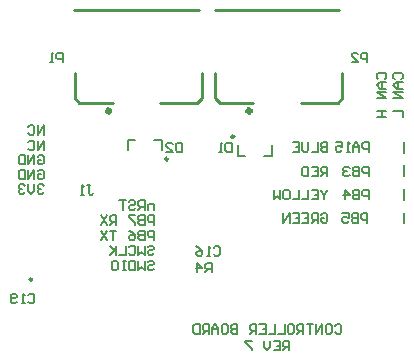
<source format=gbo>
G04*
G04 #@! TF.GenerationSoftware,Altium Limited,Altium Designer,19.0.10 (269)*
G04*
G04 Layer_Color=32896*
%FSLAX25Y25*%
%MOIN*%
G70*
G01*
G75*
%ADD10C,0.00984*%
%ADD11C,0.00787*%
%ADD13C,0.01000*%
%ADD15C,0.00591*%
%ADD61C,0.01968*%
%ADD86C,0.00709*%
%ADD87C,0.00669*%
D10*
X78051Y74410D02*
G03*
X78051Y74410I-492J0D01*
G01*
X56004Y66929D02*
G03*
X56004Y66929I-492J0D01*
G01*
X10630Y26732D02*
G03*
X10630Y26732I-394J0D01*
G01*
D11*
X79134Y67913D02*
Y71457D01*
Y67913D02*
X81693D01*
X90551D02*
Y71457D01*
X87992Y67913D02*
X90551D01*
X42520Y73425D02*
X45079D01*
X42520Y69882D02*
Y73425D01*
X51378D02*
X53937D01*
Y69882D02*
Y73425D01*
D13*
X24902Y87185D02*
X26378Y85709D01*
X37598D01*
X24902Y87185D02*
Y95551D01*
X24705Y116614D02*
X66240D01*
X53347Y85709D02*
X65650D01*
X67126Y87185D01*
Y95650D01*
X71752Y87185D02*
X73228Y85709D01*
X84449D01*
X71752Y87185D02*
Y95551D01*
X71555Y116614D02*
X113091D01*
X100197Y85709D02*
X112500D01*
X113976Y87185D01*
Y95650D01*
D15*
X134581Y45499D02*
Y49084D01*
Y53373D02*
Y56958D01*
Y61247D02*
Y64832D01*
Y69121D02*
Y72706D01*
X106956Y48293D02*
X107481Y48818D01*
X108530D01*
X109055Y48293D01*
Y46194D01*
X108530Y45669D01*
X107481D01*
X106956Y46194D01*
Y47244D01*
X108006D01*
X105906Y45669D02*
Y48818D01*
X104332D01*
X103807Y48293D01*
Y47244D01*
X104332Y46719D01*
X105906D01*
X104857D02*
X103807Y45669D01*
X100659Y48818D02*
X102758D01*
Y45669D01*
X100659D01*
X102758Y47244D02*
X101708D01*
X97510Y48818D02*
X99609D01*
Y45669D01*
X97510D01*
X99609Y47244D02*
X98560D01*
X96461Y45669D02*
Y48818D01*
X94362Y45669D01*
Y48818D01*
X109055Y56667D02*
Y56142D01*
X108006Y55092D01*
X106956Y56142D01*
Y56667D01*
X108006Y55092D02*
Y53518D01*
X103807Y56667D02*
X105906D01*
Y53518D01*
X103807D01*
X105906Y55092D02*
X104857D01*
X102758Y56667D02*
Y53518D01*
X100659D01*
X99609Y56667D02*
Y53518D01*
X97510D01*
X94886Y56667D02*
X95936D01*
X96461Y56142D01*
Y54043D01*
X95936Y53518D01*
X94886D01*
X94362Y54043D01*
Y56142D01*
X94886Y56667D01*
X93312D02*
Y53518D01*
X92263Y54568D01*
X91213Y53518D01*
Y56667D01*
X109055Y61247D02*
Y64396D01*
X107481D01*
X106956Y63871D01*
Y62822D01*
X107481Y62297D01*
X109055D01*
X108006D02*
X106956Y61247D01*
X103807Y64396D02*
X105906D01*
Y61247D01*
X103807D01*
X105906Y62822D02*
X104857D01*
X102758Y64396D02*
Y61247D01*
X101184D01*
X100659Y61772D01*
Y63871D01*
X101184Y64396D01*
X102758D01*
X109055Y72459D02*
Y69310D01*
X107481D01*
X106956Y69835D01*
Y70360D01*
X107481Y70885D01*
X109055D01*
X107481D01*
X106956Y71409D01*
Y71934D01*
X107481Y72459D01*
X109055D01*
X105906D02*
Y69310D01*
X103807D01*
X102758Y72459D02*
Y69835D01*
X102233Y69310D01*
X101184D01*
X100659Y69835D01*
Y72459D01*
X97510D02*
X99609D01*
Y69310D01*
X97510D01*
X99609Y70885D02*
X98560D01*
X77165Y72440D02*
Y69291D01*
X75591D01*
X75066Y69816D01*
Y71915D01*
X75591Y72440D01*
X77165D01*
X74017Y69291D02*
X72967D01*
X73492D01*
Y72440D01*
X74017Y71915D01*
X70472Y29134D02*
Y32283D01*
X68898D01*
X68373Y31758D01*
Y30708D01*
X68898Y30183D01*
X70472D01*
X69423D02*
X68373Y29134D01*
X65750D02*
Y32283D01*
X67324Y30708D01*
X65225D01*
X122441Y45669D02*
Y48818D01*
X120867D01*
X120342Y48293D01*
Y47244D01*
X120867Y46719D01*
X122441D01*
X119292Y48818D02*
Y45669D01*
X117718D01*
X117193Y46194D01*
Y46719D01*
X117718Y47244D01*
X119292D01*
X117718D01*
X117193Y47768D01*
Y48293D01*
X117718Y48818D01*
X119292D01*
X114045D02*
X116144D01*
Y47244D01*
X115094Y47768D01*
X114569D01*
X114045Y47244D01*
Y46194D01*
X114569Y45669D01*
X115619D01*
X116144Y46194D01*
X122835Y53518D02*
Y56667D01*
X121260D01*
X120736Y56142D01*
Y55092D01*
X121260Y54568D01*
X122835D01*
X119686Y56667D02*
Y53518D01*
X118112D01*
X117587Y54043D01*
Y54568D01*
X118112Y55092D01*
X119686D01*
X118112D01*
X117587Y55617D01*
Y56142D01*
X118112Y56667D01*
X119686D01*
X114963Y53518D02*
Y56667D01*
X116537Y55092D01*
X114438D01*
X122835Y61247D02*
Y64396D01*
X121260D01*
X120736Y63871D01*
Y62822D01*
X121260Y62297D01*
X122835D01*
X119686Y64396D02*
Y61247D01*
X118112D01*
X117587Y61772D01*
Y62297D01*
X118112Y62822D01*
X119686D01*
X118112D01*
X117587Y63346D01*
Y63871D01*
X118112Y64396D01*
X119686D01*
X116537Y63871D02*
X116013Y64396D01*
X114963D01*
X114438Y63871D01*
Y63346D01*
X114963Y62822D01*
X115488D01*
X114963D01*
X114438Y62297D01*
Y61772D01*
X114963Y61247D01*
X116013D01*
X116537Y61772D01*
X122835Y69310D02*
Y72459D01*
X121260D01*
X120736Y71934D01*
Y70885D01*
X121260Y70360D01*
X122835D01*
X119686Y69310D02*
Y71409D01*
X118637Y72459D01*
X117587Y71409D01*
Y69310D01*
Y70885D01*
X119686D01*
X116537Y69310D02*
X115488D01*
X116013D01*
Y72459D01*
X116537Y71934D01*
X111815Y72459D02*
X113914D01*
Y70885D01*
X112864Y71409D01*
X112339D01*
X111815Y70885D01*
Y69835D01*
X112339Y69310D01*
X113389D01*
X113914Y69835D01*
X9318Y21521D02*
X9843Y22046D01*
X10892D01*
X11417Y21521D01*
Y19422D01*
X10892Y18898D01*
X9843D01*
X9318Y19422D01*
X8269Y18898D02*
X7219D01*
X7744D01*
Y22046D01*
X8269Y21521D01*
X5645Y19422D02*
X5120Y18898D01*
X4071D01*
X3546Y19422D01*
Y21521D01*
X4071Y22046D01*
X5120D01*
X5645Y21521D01*
Y20997D01*
X5120Y20472D01*
X3546D01*
X71129Y37269D02*
X71654Y37794D01*
X72704D01*
X73228Y37269D01*
Y35170D01*
X72704Y34646D01*
X71654D01*
X71129Y35170D01*
X70080Y34646D02*
X69030D01*
X69555D01*
Y37794D01*
X70080Y37269D01*
X65357Y37794D02*
X66406Y37269D01*
X67456Y36220D01*
Y35170D01*
X66931Y34646D01*
X65882D01*
X65357Y35170D01*
Y35695D01*
X65882Y36220D01*
X67456D01*
X122441Y99213D02*
Y102361D01*
X120867D01*
X120342Y101836D01*
Y100787D01*
X120867Y100262D01*
X122441D01*
X117193Y99213D02*
X119292D01*
X117193Y101312D01*
Y101836D01*
X117718Y102361D01*
X118768D01*
X119292Y101836D01*
X29003Y58267D02*
X30053D01*
X29528D01*
Y55643D01*
X30053Y55118D01*
X30578D01*
X31102Y55643D01*
X27954Y55118D02*
X26904D01*
X27429D01*
Y58267D01*
X27954Y57742D01*
X60630Y72440D02*
Y69291D01*
X59056D01*
X58531Y69816D01*
Y71915D01*
X59056Y72440D01*
X60630D01*
X55382Y69291D02*
X57481D01*
X55382Y71390D01*
Y71915D01*
X55907Y72440D01*
X56957D01*
X57481Y71915D01*
X20866Y99213D02*
Y102361D01*
X19292D01*
X18767Y101836D01*
Y100787D01*
X19292Y100262D01*
X20866D01*
X17718Y99213D02*
X16668D01*
X17193D01*
Y102361D01*
X17718Y101836D01*
D61*
X36516Y82953D02*
G03*
X36516Y82953I-394J0D01*
G01*
X83366D02*
G03*
X83366Y82953I-394J0D01*
G01*
D86*
X111610Y11274D02*
X112135Y11798D01*
X113184D01*
X113709Y11274D01*
Y9174D01*
X113184Y8650D01*
X112135D01*
X111610Y9174D01*
X108986Y11798D02*
X110036D01*
X110560Y11274D01*
Y9174D01*
X110036Y8650D01*
X108986D01*
X108461Y9174D01*
Y11274D01*
X108986Y11798D01*
X107412Y8650D02*
Y11798D01*
X105313Y8650D01*
Y11798D01*
X104263D02*
X102164D01*
X103214D01*
Y8650D01*
X101115D02*
Y11798D01*
X99540D01*
X99016Y11274D01*
Y10224D01*
X99540Y9699D01*
X101115D01*
X100065D02*
X99016Y8650D01*
X96392Y11798D02*
X97441D01*
X97966Y11274D01*
Y9174D01*
X97441Y8650D01*
X96392D01*
X95867Y9174D01*
Y11274D01*
X96392Y11798D01*
X94817D02*
Y8650D01*
X92718D01*
X91669Y11798D02*
Y8650D01*
X89570D01*
X86421Y11798D02*
X88520D01*
Y8650D01*
X86421D01*
X88520Y10224D02*
X87471D01*
X85372Y8650D02*
Y11798D01*
X83797D01*
X83273Y11274D01*
Y10224D01*
X83797Y9699D01*
X85372D01*
X84322D02*
X83273Y8650D01*
X79075Y11798D02*
Y8650D01*
X77500D01*
X76975Y9174D01*
Y9699D01*
X77500Y10224D01*
X79075D01*
X77500D01*
X76975Y10749D01*
Y11274D01*
X77500Y11798D01*
X79075D01*
X74352D02*
X75401D01*
X75926Y11274D01*
Y9174D01*
X75401Y8650D01*
X74352D01*
X73827Y9174D01*
Y11274D01*
X74352Y11798D01*
X72777Y8650D02*
Y10749D01*
X71728Y11798D01*
X70678Y10749D01*
Y8650D01*
Y10224D01*
X72777D01*
X69629Y8650D02*
Y11798D01*
X68054D01*
X67530Y11274D01*
Y10224D01*
X68054Y9699D01*
X69629D01*
X68579D02*
X67530Y8650D01*
X66480Y11798D02*
Y8650D01*
X64906D01*
X64381Y9174D01*
Y11274D01*
X64906Y11798D01*
X66480D01*
X96392Y3171D02*
Y6319D01*
X94817D01*
X94293Y5794D01*
Y4745D01*
X94817Y4220D01*
X96392D01*
X95342D02*
X94293Y3171D01*
X91144Y6319D02*
X93243D01*
Y3171D01*
X91144D01*
X93243Y4745D02*
X92194D01*
X90095Y6319D02*
Y4220D01*
X89045Y3171D01*
X87995Y4220D01*
Y6319D01*
X83797D02*
X81698D01*
Y5794D01*
X83797Y3695D01*
Y3171D01*
D87*
X14567Y75000D02*
Y78148D01*
X12468Y75000D01*
Y78148D01*
X9319Y77624D02*
X9844Y78148D01*
X10894D01*
X11418Y77624D01*
Y75525D01*
X10894Y75000D01*
X9844D01*
X9319Y75525D01*
X14567Y69882D02*
Y73030D01*
X12468Y69882D01*
Y73030D01*
X9319Y72506D02*
X9844Y73030D01*
X10894D01*
X11418Y72506D01*
Y70407D01*
X10894Y69882D01*
X9844D01*
X9319Y70407D01*
X126116Y93594D02*
X125592Y94119D01*
Y95168D01*
X126116Y95693D01*
X128215D01*
X128740Y95168D01*
Y94119D01*
X128215Y93594D01*
X128740Y92544D02*
X126641D01*
X125592Y91495D01*
X126641Y90445D01*
X128740D01*
X127166D01*
Y92544D01*
X128740Y89396D02*
X125592D01*
X128740Y87297D01*
X125592D01*
Y83099D02*
X128740D01*
X127166D01*
Y80999D01*
X125592D01*
X128740D01*
X131628Y93594D02*
X131103Y94119D01*
Y95168D01*
X131628Y95693D01*
X133727D01*
X134252Y95168D01*
Y94119D01*
X133727Y93594D01*
X134252Y92544D02*
X132153D01*
X131103Y91495D01*
X132153Y90445D01*
X134252D01*
X132678D01*
Y92544D01*
X134252Y89396D02*
X131103D01*
X134252Y87297D01*
X131103D01*
Y83099D02*
X134252D01*
Y80999D01*
X51312Y44980D02*
Y48129D01*
X49738D01*
X49213Y47604D01*
Y46555D01*
X49738Y46030D01*
X51312D01*
X48164Y48129D02*
Y44980D01*
X46589D01*
X46064Y45505D01*
Y46030D01*
X46589Y46555D01*
X48164D01*
X46589D01*
X46064Y47079D01*
Y47604D01*
X46589Y48129D01*
X48164D01*
X45015D02*
X42916D01*
Y47604D01*
X45015Y45505D01*
Y44980D01*
X38718D02*
Y48129D01*
X37143D01*
X36619Y47604D01*
Y46555D01*
X37143Y46030D01*
X38718D01*
X37668D02*
X36619Y44980D01*
X35569Y48129D02*
X33470Y44980D01*
Y48129D02*
X35569Y44980D01*
X51312Y39961D02*
Y43109D01*
X49738D01*
X49213Y42584D01*
Y41535D01*
X49738Y41010D01*
X51312D01*
X48164Y43109D02*
Y39961D01*
X46589D01*
X46064Y40485D01*
Y41010D01*
X46589Y41535D01*
X48164D01*
X46589D01*
X46064Y42060D01*
Y42584D01*
X46589Y43109D01*
X48164D01*
X42916D02*
X43965Y42584D01*
X45015Y41535D01*
Y40485D01*
X44490Y39961D01*
X43441D01*
X42916Y40485D01*
Y41010D01*
X43441Y41535D01*
X45015D01*
X38718Y43109D02*
X36619D01*
X37668D01*
Y39961D01*
X35569Y43109D02*
X33470Y39961D01*
Y43109D02*
X35569Y39961D01*
X12468Y67781D02*
X12993Y68306D01*
X14042D01*
X14567Y67781D01*
Y65682D01*
X14042Y65157D01*
X12993D01*
X12468Y65682D01*
Y66732D01*
X13517D01*
X11418Y65157D02*
Y68306D01*
X9319Y65157D01*
Y68306D01*
X8270D02*
Y65157D01*
X6695D01*
X6171Y65682D01*
Y67781D01*
X6695Y68306D01*
X8270D01*
X51312Y50000D02*
Y52099D01*
X49738D01*
X49213Y51574D01*
Y50000D01*
X48164D02*
Y53149D01*
X46589D01*
X46064Y52624D01*
Y51574D01*
X46589Y51050D01*
X48164D01*
X47114D02*
X46064Y50000D01*
X42916Y52624D02*
X43441Y53149D01*
X44490D01*
X45015Y52624D01*
Y52099D01*
X44490Y51574D01*
X43441D01*
X42916Y51050D01*
Y50525D01*
X43441Y50000D01*
X44490D01*
X45015Y50525D01*
X41866Y53149D02*
X39767D01*
X40817D01*
Y50000D01*
X49213Y37565D02*
X49738Y38089D01*
X50787D01*
X51312Y37565D01*
Y37040D01*
X50787Y36515D01*
X49738D01*
X49213Y35991D01*
Y35466D01*
X49738Y34941D01*
X50787D01*
X51312Y35466D01*
X48164Y38089D02*
Y34941D01*
X47114Y35991D01*
X46064Y34941D01*
Y38089D01*
X42916Y37565D02*
X43441Y38089D01*
X44490D01*
X45015Y37565D01*
Y35466D01*
X44490Y34941D01*
X43441D01*
X42916Y35466D01*
X41866Y38089D02*
Y34941D01*
X39767D01*
X38718Y38089D02*
Y34941D01*
Y35991D01*
X36619Y38089D01*
X38193Y36515D01*
X36619Y34941D01*
X49213Y32545D02*
X49738Y33070D01*
X50787D01*
X51312Y32545D01*
Y32020D01*
X50787Y31496D01*
X49738D01*
X49213Y30971D01*
Y30446D01*
X49738Y29921D01*
X50787D01*
X51312Y30446D01*
X48164Y33070D02*
Y29921D01*
X47114Y30971D01*
X46064Y29921D01*
Y33070D01*
X45015D02*
Y29921D01*
X43441D01*
X42916Y30446D01*
Y32545D01*
X43441Y33070D01*
X45015D01*
X41866D02*
X40817D01*
X41342D01*
Y29921D01*
X41866D01*
X40817D01*
X37668Y33070D02*
X38718D01*
X39243Y32545D01*
Y30446D01*
X38718Y29921D01*
X37668D01*
X37143Y30446D01*
Y32545D01*
X37668Y33070D01*
X14567Y57939D02*
X14042Y58463D01*
X12993D01*
X12468Y57939D01*
Y57414D01*
X12993Y56889D01*
X13517D01*
X12993D01*
X12468Y56364D01*
Y55840D01*
X12993Y55315D01*
X14042D01*
X14567Y55840D01*
X11418Y58463D02*
Y56364D01*
X10369Y55315D01*
X9319Y56364D01*
Y58463D01*
X8270Y57939D02*
X7745Y58463D01*
X6695D01*
X6171Y57939D01*
Y57414D01*
X6695Y56889D01*
X7220D01*
X6695D01*
X6171Y56364D01*
Y55840D01*
X6695Y55315D01*
X7745D01*
X8270Y55840D01*
X12468Y62860D02*
X12993Y63385D01*
X14042D01*
X14567Y62860D01*
Y60761D01*
X14042Y60236D01*
X12993D01*
X12468Y60761D01*
Y61810D01*
X13517D01*
X11418Y60236D02*
Y63385D01*
X9319Y60236D01*
Y63385D01*
X8270D02*
Y60236D01*
X6695D01*
X6171Y60761D01*
Y62860D01*
X6695Y63385D01*
X8270D01*
M02*

</source>
